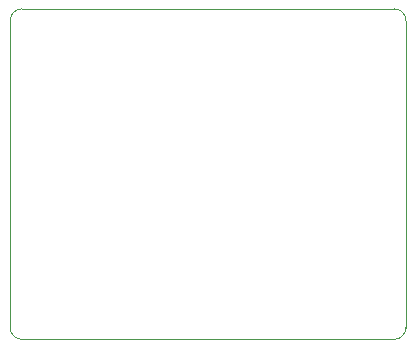
<source format=gm1>
G04 #@! TF.GenerationSoftware,KiCad,Pcbnew,5.1.6+dfsg1-1*
G04 #@! TF.CreationDate,2020-08-30T15:38:22-05:00*
G04 #@! TF.ProjectId,no_touchy,6e6f5f74-6f75-4636-9879-2e6b69636164,rev?*
G04 #@! TF.SameCoordinates,Original*
G04 #@! TF.FileFunction,Profile,NP*
%FSLAX46Y46*%
G04 Gerber Fmt 4.6, Leading zero omitted, Abs format (unit mm)*
G04 Created by KiCad (PCBNEW 5.1.6+dfsg1-1) date 2020-08-30 15:38:22*
%MOMM*%
%LPD*%
G01*
G04 APERTURE LIST*
G04 #@! TA.AperFunction,Profile*
%ADD10C,0.050000*%
G04 #@! TD*
G04 APERTURE END LIST*
D10*
X161500000Y-88350000D02*
G75*
G02*
X162500000Y-89350000I0J-1000000D01*
G01*
X162500000Y-115350000D02*
G75*
G02*
X161500000Y-116350000I-1000000J0D01*
G01*
X130000000Y-116350000D02*
G75*
G02*
X129000000Y-115350000I0J1000000D01*
G01*
X129000000Y-89350000D02*
G75*
G02*
X130000000Y-88350000I1000000J0D01*
G01*
X129000000Y-89350000D02*
X129000000Y-115350000D01*
X161500000Y-88350000D02*
X130000000Y-88350000D01*
X162500000Y-115350000D02*
X162500000Y-89350000D01*
X130000000Y-116350000D02*
X161500000Y-116350000D01*
M02*

</source>
